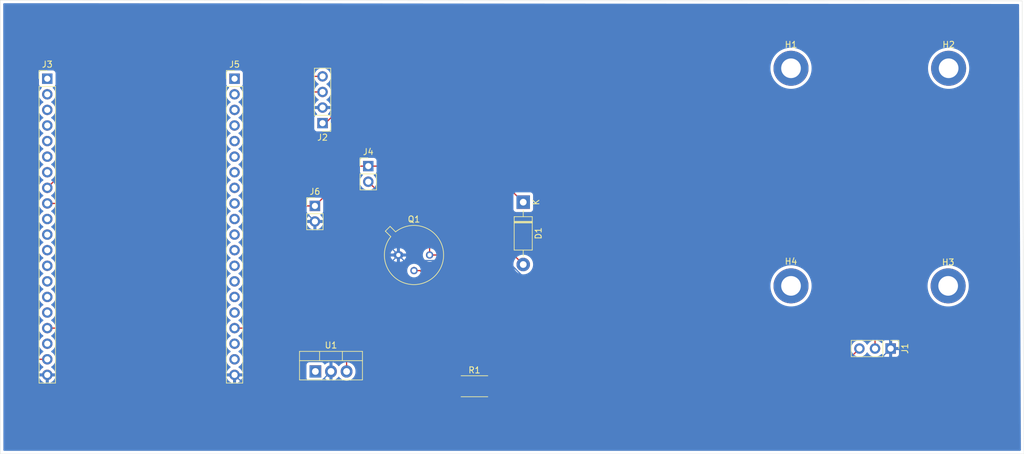
<source format=kicad_pcb>
(kicad_pcb (version 20240108) (generator "pcbnew") (generator_version "8.0")
  (layers (0 "F.Cu" signal) (31 "B.Cu" signal) (34 "B.Paste" user) (35 "F.Paste" user) (36 "B.SilkS" user "B.Silkscreen") (37 "F.SilkS" user "F.Silkscreen") (38 "B.Mask" user) (39 "F.Mask" user) (44 "Edge.Cuts" user))
  (net 0 "")
  (net 1 "/Vbatt")
  (net 2 "Net-(D1-A)")
  (net 3 "/3.3")
  (net 4 "pH sen. input")
  (net 5 "GND")
  (net 6 "SDA")
  (net 7 "SCL")
  (net 37 "/IO26")
  (net 42 "Net-(Q1-B)")
  (net 43 "/9V enclosure")
  (footprint "MountingHole:MountingHole_3.2mm_M3_ISO7380_Pad_TopBottom" (layer "F.Cu") (at 190.7032 94.5388)
    (property "Reference" "H4" (at 0 -3.9878 0) (layer "F.SilkS"))
    (property "Value" "MountingHole")
    (pad "1" thru_hole circle (at 0 0) (size 3.6 3.6) (drill 3.2) (layers "*.Cu" "*.Mask"))
    (pad "1" connect circle (at 0 0) (size 5.7 5.7) (layers "F.Cu" "F.Mask"))
    (pad "1" connect circle (at 0 0) (size 5.7 5.7) (layers "B.Cu" "B.Mask"))
  )
  (footprint "MountingHole:MountingHole_3.2mm_M3_ISO7380_Pad_TopBottom" (layer "F.Cu") (at 190.7032 59.0804)
    (property "Reference" "H1" (at 0 -3.85 0) (layer "F.SilkS"))
    (property "Value" "MountingHole")
    (pad "1" thru_hole circle (at 0 0) (size 3.6 3.6) (drill 3.2) (layers "*.Cu" "*.Mask"))
    (pad "1" connect circle (at 0 0) (size 5.7 5.7) (layers "F.Cu" "F.Mask"))
    (pad "1" connect circle (at 0 0) (size 5.7 5.7) (layers "B.Cu" "B.Mask"))
  )
  (footprint "Connector_PinHeader_2.54mm:PinHeader_1x20_P2.54mm_Vertical" (layer "F.Cu") (at 100.1268 60.7822)
    (property "Reference" "J5" (at 0 -2.33 0) (layer "F.SilkS"))
    (property "Value" "MountingPin_IO46")
    (fp_line (start -1.33 -1.33) (end 0 -1.33) (stroke (width 0.12)) (layer "F.SilkS"))
    (fp_line (start -1.33 0) (end -1.33 -1.33) (stroke (width 0.12)) (layer "F.SilkS"))
    (fp_line (start -1.33 1.27) (end -1.33 49.59) (stroke (width 0.12)) (layer "F.SilkS"))
    (fp_line (start -1.33 1.27) (end 1.33 1.27) (stroke (width 0.12)) (layer "F.SilkS"))
    (fp_line (start -1.33 49.59) (end 1.33 49.59) (stroke (width 0.12)) (layer "F.SilkS"))
    (fp_line (start 1.33 1.27) (end 1.33 49.59) (stroke (width 0.12)) (layer "F.SilkS"))
    (pad "1" thru_hole rect (at 0 0) (size 1.7 1.7) (drill 1) (layers "*.Cu" "*.Mask"))
    (pad "2" thru_hole oval (at 0 2.54) (size 1.7 1.7) (drill 1) (layers "*.Cu" "*.Mask"))
    (pad "3" thru_hole oval (at 0 5.08) (size 1.7 1.7) (drill 1) (layers "*.Cu" "*.Mask"))
    (pad "4" thru_hole oval (at 0 7.62) (size 1.7 1.7) (drill 1) (layers "*.Cu" "*.Mask"))
    (pad "5" thru_hole oval (at 0 10.16) (size 1.7 1.7) (drill 1) (layers "*.Cu" "*.Mask"))
    (pad "6" thru_hole oval (at 0 12.7) (size 1.7 1.7) (drill 1) (layers "*.Cu" "*.Mask"))
    (pad "7" thru_hole oval (at 0 15.24) (size 1.7 1.7) (drill 1) (layers "*.Cu" "*.Mask"))
    (pad "8" thru_hole oval (at 0 17.78) (size 1.7 1.7) (drill 1) (layers "*.Cu" "*.Mask"))
    (pad "9" thru_hole oval (at 0 20.32) (size 1.7 1.7) (drill 1) (layers "*.Cu" "*.Mask"))
    (pad "10" thru_hole oval (at 0 22.86) (size 1.7 1.7) (drill 1) (layers "*.Cu" "*.Mask"))
    (pad "11" thru_hole oval (at 0 25.4) (size 1.7 1.7) (drill 1) (layers "*.Cu" "*.Mask"))
    (pad "12" thru_hole oval (at 0 27.94) (size 1.7 1.7) (drill 1) (layers "*.Cu" "*.Mask"))
    (pad "13" thru_hole oval (at 0 30.48) (size 1.7 1.7) (drill 1) (layers "*.Cu" "*.Mask"))
    (pad "14" thru_hole oval (at 0 33.02) (size 1.7 1.7) (drill 1) (layers "*.Cu" "*.Mask"))
    (pad "15" thru_hole oval (at 0 35.56) (size 1.7 1.7) (drill 1) (layers "*.Cu" "*.Mask"))
    (pad "16" thru_hole oval (at 0 38.1) (size 1.7 1.7) (drill 1) (layers "*.Cu" "*.Mask"))
    (pad "17" thru_hole oval (at 0 40.64) (size 1.7 1.7) (drill 1) (layers "*.Cu" "*.Mask") (net 37 "/IO26"))
    (pad "18" thru_hole oval (at 0 43.18) (size 1.7 1.7) (drill 1) (layers "*.Cu" "*.Mask"))
    (pad "19" thru_hole oval (at 0 45.72) (size 1.7 1.7) (drill 1) (layers "*.Cu" "*.Mask"))
    (pad "20" thru_hole oval (at 0 48.26) (size 1.7 1.7) (drill 1) (layers "*.Cu" "*.Mask") (net 5 "GND"))
  )
  (footprint "MountingHole:MountingHole_3.2mm_M3_ISO7380_Pad_TopBottom" (layer "F.Cu") (at 216.3572 59.0804)
    (property "Reference" "H2" (at 0 -3.85 0) (layer "F.SilkS"))
    (property "Value" "MountingHole")
    (pad "1" thru_hole circle (at 0 0) (size 3.6 3.6) (drill 3.2) (layers "*.Cu" "*.Mask"))
    (pad "1" connect circle (at 0 0) (size 5.7 5.7) (layers "F.Cu" "F.Mask"))
    (pad "1" connect circle (at 0 0) (size 5.7 5.7) (layers "B.Cu" "B.Mask"))
  )
  (footprint "Package_TO_SOT_THT:TO-39-3" (layer "F.Cu") (at 126.7968 89.5096)
    (property "Reference" "Q1" (at 2.54 -5.82 360) (layer "F.SilkS"))
    (property "Value" "2N2219")
    (fp_line (start -2.125856 -3.888039) (end -1.234902 -2.997084) (stroke (width 0.12)) (layer "F.SilkS"))
    (fp_line (start -1.348039 -4.665856) (end -2.125856 -3.888039) (stroke (width 0.12)) (layer "F.SilkS"))
    (fp_line (start -0.457084 -3.774902) (end -1.348039 -4.665856) (stroke (width 0.12)) (layer "F.SilkS"))
    (fp_arc (start -0.457084 -3.774902) (mid 5.948125 3.408384) (end -1.234674 -2.997371) (stroke (width 0.12)) (layer "F.SilkS"))
    (pad "1" thru_hole oval (at 0 0) (size 1.6 1.2) (drill 0.7) (layers "*.Cu" "*.Mask") (net 5 "GND"))
    (pad "2" thru_hole oval (at 2.54 2.54) (size 1.2 1.2) (drill 0.7) (layers "*.Cu" "*.Mask") (net 42 "Net-(Q1-B)"))
    (pad "3" thru_hole oval (at 5.08 0) (size 1.2 1.2) (drill 0.7) (layers "*.Cu" "*.Mask") (net 2 "Net-(D1-A)"))
  )
  (footprint "Connector_PinHeader_2.54mm:PinHeader_1x04_P2.54mm_Vertical" (layer "F.Cu") (at 114.4524 68.0212 180)
    (property "Reference" "J2" (at 0 -2.33 360) (layer "F.SilkS"))
    (property "Value" "OLED Screen")
    (fp_line (start 1.33 1.27) (end 1.33 8.95) (stroke (width 0.12)) (layer "F.SilkS"))
    (fp_line (start -1.33 8.95) (end 1.33 8.95) (stroke (width 0.12)) (layer "F.SilkS"))
    (fp_line (start -1.33 1.27) (end 1.33 1.27) (stroke (width 0.12)) (layer "F.SilkS"))
    (fp_line (start -1.33 1.27) (end -1.33 8.95) (stroke (width 0.12)) (layer "F.SilkS"))
    (fp_line (start -1.33 0) (end -1.33 -1.33) (stroke (width 0.12)) (layer "F.SilkS"))
    (fp_line (start -1.33 -1.33) (end 0 -1.33) (stroke (width 0.12)) (layer "F.SilkS"))
    (pad "1" thru_hole rect (at 0 0 180) (size 1.7 1.7) (drill 1) (layers "*.Cu" "*.Mask") (net 3 "/3.3"))
    (pad "2" thru_hole oval (at 0 2.54 180) (size 1.7 1.7) (drill 1) (layers "*.Cu" "*.Mask") (net 5 "GND"))
    (pad "3" thru_hole oval (at 0 5.08 180) (size 1.7 1.7) (drill 1) (layers "*.Cu" "*.Mask") (net 7 "SCL"))
    (pad "4" thru_hole oval (at 0 7.62 180) (size 1.7 1.7) (drill 1) (layers "*.Cu" "*.Mask") (net 6 "SDA"))
  )
  (footprint "Resistor_SMD:R_2512_6332Metric" (layer "F.Cu") (at 139.1759 110.8964)
    (property "Reference" "R1" (at 0 -2.62 0) (layer "F.SilkS"))
    (property "Value" "R_US")
    (fp_line (start -2.177064 -1.71) (end 2.177064 -1.71) (stroke (width 0.12)) (layer "F.SilkS"))
    (fp_line (start -2.177064 1.71) (end 2.177064 1.71) (stroke (width 0.12)) (layer "F.SilkS"))
    (pad "1" smd roundrect (at -2.9625 0) (size 1.225 3.35) (layers "F.Cu" "F.Paste" "F.Mask") (roundrect_rratio 0.204082) (net 37 "/IO26"))
    (pad "2" smd roundrect (at 2.9625 0) (size 1.225 3.35) (layers "F.Cu" "F.Paste" "F.Mask") (roundrect_rratio 0.204082) (net 42 "Net-(Q1-B)"))
  )
  (footprint "Diode_THT:D_DO-41_SOD81_P10.16mm_Horizontal" (layer "F.Cu") (at 147.1168 80.899 -90)
    (property "Reference" "D1" (at 5.08 -2.47 90) (layer "F.SilkS"))
    (property "Value" "1N4007")
    (fp_line (start 2.36 1.47) (end 7.8 1.47) (stroke (width 0.12)) (layer "F.SilkS"))
    (fp_line (start 7.8 1.47) (end 7.8 -1.47) (stroke (width 0.12)) (layer "F.SilkS"))
    (fp_line (start 1.34 0) (end 2.36 0) (stroke (width 0.12)) (layer "F.SilkS"))
    (fp_line (start 8.82 0) (end 7.8 0) (stroke (width 0.12)) (layer "F.SilkS"))
    (fp_line (start 2.36 -1.47) (end 2.36 1.47) (stroke (width 0.12)) (layer "F.SilkS"))
    (fp_line (start 3.14 -1.47) (end 3.14 1.47) (stroke (width 0.12)) (layer "F.SilkS"))
    (fp_line (start 3.26 -1.47) (end 3.26 1.47) (stroke (width 0.12)) (layer "F.SilkS"))
    (fp_line (start 3.38 -1.47) (end 3.38 1.47) (stroke (width 0.12)) (layer "F.SilkS"))
    (fp_line (start 7.8 -1.47) (end 2.36 -1.47) (stroke (width 0.12)) (layer "F.SilkS"))
    (fp_text user "K" (at 0 -2.1 90) (layer "F.SilkS"))
    (pad "1" thru_hole rect (at 0 0 270) (size 2.2 2.2) (drill 1.1) (layers "*.Cu" "*.Mask") (net 1 "/Vbatt"))
    (pad "2" thru_hole oval (at 10.16 0 270) (size 2.2 2.2) (drill 1.1) (layers "*.Cu" "*.Mask") (net 2 "Net-(D1-A)"))
  )
  (footprint "Package_TO_SOT_THT:TO-220-3_Vertical" (layer "F.Cu") (at 113.284 108.4834)
    (property "Reference" "U1" (at 2.54 -4.27 360) (layer "F.SilkS"))
    (property "Value" "LM7805_TO220")
    (fp_line (start -2.58 -3.27) (end -2.58 1.371) (stroke (width 0.12)) (layer "F.SilkS"))
    (fp_line (start -2.58 -3.27) (end 7.66 -3.27) (stroke (width 0.12)) (layer "F.SilkS"))
    (fp_line (start -2.58 -1.76) (end 7.66 -1.76) (stroke (width 0.12)) (layer "F.SilkS"))
    (fp_line (start -2.58 1.371) (end 7.66 1.371) (stroke (width 0.12)) (layer "F.SilkS"))
    (fp_line (start 0.69 -3.27) (end 0.69 -1.76) (stroke (width 0.12)) (layer "F.SilkS"))
    (fp_line (start 4.391 -3.27) (end 4.391 -1.76) (stroke (width 0.12)) (layer "F.SilkS"))
    (fp_line (start 7.66 -3.27) (end 7.66 1.371) (stroke (width 0.12)) (layer "F.SilkS"))
    (pad "1" thru_hole rect (at 0 0) (size 1.905 2) (drill 1.1) (layers "*.Cu" "*.Mask") (net 43 "/9V enclosure"))
    (pad "2" thru_hole oval (at 2.54 0) (size 1.905 2) (drill 1.1) (layers "*.Cu" "*.Mask") (net 5 "GND"))
    (pad "3" thru_hole oval (at 5.08 0) (size 1.905 2) (drill 1.1) (layers "*.Cu" "*.Mask") (net 1 "/Vbatt"))
  )
  (footprint "Connector_PinHeader_2.54mm:PinHeader_1x03_P2.54mm_Vertical" (layer "F.Cu") (at 206.9188 104.7496 -90)
    (property "Reference" "J1" (at 0 -2.33 90) (layer "F.SilkS"))
    (property "Value" "pH Sensor")
    (fp_line (start -1.33 6.41) (end 1.33 6.41) (stroke (width 0.12)) (layer "F.SilkS"))
    (fp_line (start -1.33 1.27) (end -1.33 6.41) (stroke (width 0.12)) (layer "F.SilkS"))
    (fp_line (start -1.33 1.27) (end 1.33 1.27) (stroke (width 0.12)) (layer "F.SilkS"))
    (fp_line (start 1.33 1.27) (end 1.33 6.41) (stroke (width 0.12)) (layer "F.SilkS"))
    (fp_line (start -1.33 0) (end -1.33 -1.33) (stroke (width 0.12)) (layer "F.SilkS"))
    (fp_line (start -1.33 -1.33) (end 0 -1.33) (stroke (width 0.12)) (layer "F.SilkS"))
    (pad "1" thru_hole rect (at 0 0 270) (size 1.7 1.7) (drill 1) (layers "*.Cu" "*.Mask") (net 5 "GND"))
    (pad "2" thru_hole oval (at 0 2.54 270) (size 1.7 1.7) (drill 1) (layers "*.Cu" "*.Mask") (net 3 "/3.3"))
    (pad "3" thru_hole oval (at 0 5.08 270) (size 1.7 1.7) (drill 1) (layers "*.Cu" "*.Mask") (net 4 "pH sen. input"))
  )
  (footprint "Connector_PinHeader_2.54mm:PinHeader_1x02_P2.54mm_Vertical" (layer "F.Cu") (at 113.2078 81.5086)
    (property "Reference" "J6" (at 0 -2.33 0) (layer "F.SilkS"))
    (property "Value" "Voltage 9 ->5 regulator")
    (fp_line (start -1.33 -1.33) (end 0 -1.33) (stroke (width 0.12)) (layer "F.SilkS"))
    (fp_line (start -1.33 0) (end -1.33 -1.33) (stroke (width 0.12)) (layer "F.SilkS"))
    (fp_line (start -1.33 1.27) (end -1.33 3.87) (stroke (width 0.12)) (layer "F.SilkS"))
    (fp_line (start -1.33 1.27) (end 1.33 1.27) (stroke (width 0.12)) (layer "F.SilkS"))
    (fp_line (start -1.33 3.87) (end 1.33 3.87) (stroke (width 0.12)) (layer "F.SilkS"))
    (fp_line (start 1.33 1.27) (end 1.33 3.87) (stroke (width 0.12)) (layer "F.SilkS"))
    (pad "1" thru_hole rect (at 0 0) (size 1.7 1.7) (drill 1) (layers "*.Cu" "*.Mask") (net 1 "/Vbatt"))
    (pad "2" thru_hole oval (at 0 2.54) (size 1.7 1.7) (drill 1) (layers "*.Cu" "*.Mask") (net 5 "GND"))
  )
  (footprint "Connector_PinHeader_2.54mm:PinHeader_1x02_P2.54mm_Vertical" (layer "F.Cu") (at 121.8946 75.0266)
    (property "Reference" "J4" (at 0 -2.33 0) (layer "F.SilkS"))
    (property "Value" "Conn_01x02_MountingPin")
    (fp_line (start -1.33 -1.33) (end 0 -1.33) (stroke (width 0.12)) (layer "F.SilkS"))
    (fp_line (start -1.33 0) (end -1.33 -1.33) (stroke (width 0.12)) (layer "F.SilkS"))
    (fp_line (start -1.33 1.27) (end -1.33 3.87) (stroke (width 0.12)) (layer "F.SilkS"))
    (fp_line (start -1.33 1.27) (end 1.33 1.27) (stroke (width 0.12)) (layer "F.SilkS"))
    (fp_line (start -1.33 3.87) (end 1.33 3.87) (stroke (width 0.12)) (layer "F.SilkS"))
    (fp_line (start 1.33 1.27) (end 1.33 3.87) (stroke (width 0.12)) (layer "F.SilkS"))
    (pad "1" thru_hole rect (at 0 0) (size 1.7 1.7) (drill 1) (layers "*.Cu" "*.Mask") (net 1 "/Vbatt"))
    (pad "2" thru_hole oval (at 0 2.54) (size 1.7 1.7) (drill 1) (layers "*.Cu" "*.Mask") (net 2 "Net-(D1-A)"))
  )
  (footprint "MountingHole:MountingHole_3.2mm_M3_ISO7380_Pad_TopBottom" (layer "F.Cu") (at 216.281 94.5388)
    (property "Reference" "H3" (at 0 -3.85 0) (layer "F.SilkS"))
    (property "Value" "MountingHole")
    (pad "1" thru_hole circle (at 0 0) (size 3.6 3.6) (drill 3.2) (layers "*.Cu" "*.Mask"))
    (pad "1" connect circle (at 0 0) (size 5.7 5.7) (layers "F.Cu" "F.Mask"))
    (pad "1" connect circle (at 0 0) (size 5.7 5.7) (layers "B.Cu" "B.Mask"))
  )
  (footprint "Connector_PinHeader_2.54mm:PinHeader_1x20_P2.54mm_Vertical" (layer "F.Cu") (at 69.6468 60.7822)
    (property "Reference" "J3" (at 0 -2.33 0) (layer "F.SilkS"))
    (property "Value" "MountingPin_IO1")
    (fp_line (start -1.33 -1.33) (end 0 -1.33) (stroke (width 0.12)) (layer "F.SilkS"))
    (fp_line (start -1.33 0) (end -1.33 -1.33) (stroke (width 0.12)) (layer "F.SilkS"))
    (fp_line (start -1.33 1.27) (end -1.33 49.59) (stroke (width 0.12)) (layer "F.SilkS"))
    (fp_line (start -1.33 1.27) (end 1.33 1.27) (stroke (width 0.12)) (layer "F.SilkS"))
    (fp_line (start -1.33 49.59) (end 1.33 49.59) (stroke (width 0.12)) (layer "F.SilkS"))
    (fp_line (start 1.33 1.27) (end 1.33 49.59) (stroke (width 0.12)) (layer "F.SilkS"))
    (pad "1" thru_hole rect (at 0 0) (size 1.7 1.7) (drill 1) (layers "*.Cu" "*.Mask"))
    (pad "2" thru_hole oval (at 0 2.54) (size 1.7 1.7) (drill 1) (layers "*.Cu" "*.Mask"))
    (pad "3" thru_hole oval (at 0 5.08) (size 1.7 1.7) (drill 1) (layers "*.Cu" "*.Mask"))
    (pad "4" thru_hole oval (at 0 7.62) (size 1.7 1.7) (drill 1) (layers "*.Cu" "*.Mask"))
    (pad "5" thru_hole oval (at 0 10.16) (size 1.7 1.7) (drill 1) (layers "*.Cu" "*.Mask"))
    (pad "6" thru_hole oval (at 0 12.7) (size 1.7 1.7) (drill 1) (layers "*.Cu" "*.Mask"))
    (pad "7" thru_hole oval (at 0 15.24) (size 1.7 1.7) (drill 1) (layers "*.Cu" "*.Mask"))
    (pad "8" thru_hole oval (at 0 17.78) (size 1.7 1.7) (drill 1) (layers "*.Cu" "*.Mask") (net 6 "SDA"))
    (pad "9" thru_hole oval (at 0 20.32) (size 1.7 1.7) (drill 1) (layers "*.Cu" "*.Mask") (net 7 "SCL"))
    (pad "10" thru_hole oval (at 0 22.86) (size 1.7 1.7) (drill 1) (layers "*.Cu" "*.Mask"))
    (pad "11" thru_hole oval (at 0 25.4) (size 1.7 1.7) (drill 1) (layers "*.Cu" "*.Mask"))
    (pad "12" thru_hole oval (at 0 27.94) (size 1.7 1.7) (drill 1) (layers "*.Cu" "*.Mask"))
    (pad "13" thru_hole oval (at 0 30.48) (size 1.7 1.7) (drill 1) (layers "*.Cu" "*.Mask"))
    (pad "14" thru_hole oval (at 0 33.02) (size 1.7 1.7) (drill 1) (layers "*.Cu" "*.Mask"))
    (pad "15" thru_hole oval (at 0 35.56) (size 1.7 1.7) (drill 1) (layers "*.Cu" "*.Mask"))
    (pad "16" thru_hole oval (at 0 38.1) (size 1.7 1.7) (drill 1) (layers "*.Cu" "*.Mask"))
    (pad "17" thru_hole oval (at 0 40.64) (size 1.7 1.7) (drill 1) (layers "*.Cu" "*.Mask") (net 4 "pH sen. input"))
    (pad "18" thru_hole oval (at 0 43.18) (size 1.7 1.7) (drill 1) (layers "*.Cu" "*.Mask"))
    (pad "19" thru_hole oval (at 0 45.72) (size 1.7 1.7) (drill 1) (layers "*.Cu" "*.Mask") (net 3 "/3.3"))
    (pad "20" thru_hole oval (at 0 48.26) (size 1.7 1.7) (drill 1) (layers "*.Cu" "*.Mask") (net 5 "GND"))
  )
  (gr_line (start 73.7616 47.9806) (end 61.976 47.9806) (stroke (width 0.05)) (layer "Edge.Cuts"))
  (gr_line (start 228.3206 48.1076) (end 73.7616 47.9806) (stroke (width 0.05)) (layer "Edge.Cuts"))
  (gr_line (start 62.0014 121.92) (end 228.6254 121.92) (stroke (width 0.05)) (layer "Edge.Cuts"))
  (gr_line (start 228.6254 121.92) (end 228.3206 48.1076) (stroke (width 0.05)) (layer "Edge.Cuts"))
  (gr_line (start 61.976 47.9806) (end 62.0014 121.92) (stroke (width 0.05)) (layer "Edge.Cuts"))
  (segment (start 118.364 108.4834) (end 118.364 97.3074) (width 0.2) (layer "F.Cu") (net 1))
  (segment (start 141.219 75.0266) (end 147.0914 80.899) (width 0.2) (layer "F.Cu") (net 1))
  (segment (start 113.2078 81.5086) (end 119.4054 75.311) (width 0.2) (layer "F.Cu") (net 1))
  (segment (start 108.585 87.3252) (end 108.712 87.1982) (width 0.2) (layer "F.Cu") (net 1))
  (segment (start 118.364 97.3074) (end 108.585 87.5284) (width 0.2) (layer "F.Cu") (net 1))
  (segment (start 119.4054 75.311) (end 119.4054 75.0824) (width 0.2) (layer "F.Cu") (net 1))
  (segment (start 108.712 81.5086) (end 113.2078 81.5086) (width 0.2) (layer "F.Cu") (net 1))
  (segment (start 119.4612 75.0266) (end 121.8946 75.0266) (width 0.2) (layer "F.Cu") (net 1))
  (segment (start 147.0914 80.899) (end 147.1168 80.899) (width 0.2) (layer "F.Cu") (net 1))
  (segment (start 108.585 87.5284) (end 108.585 87.3252) (width 0.2) (layer "F.Cu") (net 1))
  (segment (start 119.4054 75.0824) (end 119.4612 75.0266) (width 0.2) (layer "F.Cu") (net 1))
  (segment (start 108.712 87.1982) (end 108.712 81.5086) (width 0.2) (layer "F.Cu") (net 1))
  (segment (start 121.8946 75.0266) (end 141.219 75.0266) (width 0.2) (layer "F.Cu") (net 1))
  (segment (start 131.8768 89.5096) (end 145.5674 89.5096) (width 0.2) (layer "F.Cu") (net 2))
  (segment (start 131.8768 89.5096) (end 131.8768 87.5488) (width 0.2) (layer "F.Cu") (net 2))
  (segment (start 145.5674 89.5096) (end 147.1168 91.059) (width 0.2) (layer "F.Cu") (net 2))
  (segment (start 131.8768 87.5488) (end 121.8946 77.5666) (width 0.2) (layer "F.Cu") (net 2))
  (segment (start 118.5164 54.3306) (end 118.6942 54.1528) (width 0.2) (layer "F.Cu") (net 3))
  (segment (start 64.897 54.3306) (end 118.5164 54.3306) (width 0.2) (layer "F.Cu") (net 3))
  (segment (start 196.85 84.5566) (end 204.3788 92.0854) (width 0.2) (layer "F.Cu") (net 3))
  (segment (start 64.897 106.3244) (end 64.897 54.3306) (width 0.2) (layer "F.Cu") (net 3))
  (segment (start 151.6888 64.262) (end 171.9834 84.5566) (width 0.2) (layer "F.Cu") (net 3))
  (segment (start 118.6942 64.262) (end 151.6888 64.262) (width 0.2) (layer "F.Cu") (net 3))
  (segment (start 118.6942 64.262) (end 114.935 68.0212) (width 0.2) (layer "F.Cu") (net 3))
  (segment (start 171.9834 84.5566) (end 196.85 84.5566) (width 0.2) (layer "F.Cu") (net 3))
  (segment (start 204.3788 92.0854) (end 204.3788 104.7496) (width 0.2) (layer "F.Cu") (net 3))
  (segment (start 69.6468 106.5022) (end 65.0748 106.5022) (width 0.2) (layer "F.Cu") (net 3))
  (segment (start 114.935 68.0212) (end 114.4524 68.0212) (width 0.2) (layer "F.Cu") (net 3))
  (segment (start 118.6942 54.1528) (end 118.6942 64.262) (width 0.2) (layer "F.Cu") (net 3))
  (segment (start 65.0748 106.5022) (end 64.897 106.3244) (width 0.2) (layer "F.Cu") (net 3))
  (segment (start 76.2 116.7638) (end 189.4586 116.7638) (width 0.2) (layer "F.Cu") (net 4))
  (segment (start 76.3778 101.5238) (end 76.3778 116.586) (width 0.2) (layer "F.Cu") (net 4))
  (segment (start 196.342 109.8804) (end 196.708 109.8804) (width 0.2) (layer "F.Cu") (net 4))
  (segment (start 76.3778 116.586) (end 76.2 116.7638) (width 0.2) (layer "F.Cu") (net 4))
  (segment (start 76.2762 101.4222) (end 76.3778 101.5238) (width 0.2) (layer "F.Cu") (net 4))
  (segment (start 69.6468 101.4222) (end 76.2762 101.4222) (width 0.2) (layer "F.Cu") (net 4))
  (segment (start 189.4586 116.7638) (end 196.342 109.8804) (width 0.2) (layer "F.Cu") (net 4))
  (segment (start 196.708 109.8804) (end 201.8388 104.7496) (width 0.2) (layer "F.Cu") (net 4))
  (segment (start 121.3358 84.0486) (end 126.7968 89.5096) (width 0.2) (layer "B.Cu") (net 5))
  (segment (start 110.5408 65.405) (end 110.5408 81.3816) (width 0.2) (layer "B.Cu") (net 5))
  (segment (start 127.6968 90.4096) (end 144.487501 90.4096) (width 0.2) (layer "B.Cu") (net 5))
  (segment (start 126.7968 89.5096) (end 127.6968 90.4096) (width 0.2) (layer "B.Cu") (net 5))
  (segment (start 162.993101 108.9152) (end 202.7532 108.9152) (width 0.2) (layer "B.Cu") (net 5))
  (segment (start 100.9768 109.8922) (end 114.4152 109.8922) (width 0.2) (layer "B.Cu") (net 5))
  (segment (start 110.5408 81.3816) (end 113.2078 84.0486) (width 0.2) (layer "B.Cu") (net 5))
  (segment (start 115.824 108.4834) (end 115.824 100.4824) (width 0.2) (layer "B.Cu") (net 5))
  (segment (start 202.7532 108.9152) (end 206.9188 104.7496) (width 0.2) (layer "B.Cu") (net 5))
  (segment (start 114.4152 109.8922) (end 115.824 108.4834) (width 0.2) (layer "B.Cu") (net 5))
  (segment (start 69.6468 109.0422) (end 100.1268 109.0422) (width 0.2) (layer "B.Cu") (net 5))
  (segment (start 110.617 65.4812) (end 110.5408 65.405) (width 0.2) (layer "B.Cu") (net 5))
  (segment (start 100.1268 109.0422) (end 100.9768 109.8922) (width 0.2) (layer "B.Cu") (net 5))
  (segment (start 113.2078 84.0486) (end 121.3358 84.0486) (width 0.2) (layer "B.Cu") (net 5))
  (segment (start 144.487501 90.4096) (end 162.993101 108.9152) (width 0.2) (layer "B.Cu") (net 5))
  (segment (start 115.824 100.4824) (end 126.7968 89.5096) (width 0.2) (layer "B.Cu") (net 5))
  (segment (start 114.4524 65.4812) (end 110.617 65.4812) (width 0.2) (layer "B.Cu") (net 5))
  (segment (start 82.9818 57.6072) (end 84.9884 55.6006) (width 0.2) (layer "F.Cu") (net 6))
  (segment (start 109.1692 60.6044) (end 109.3978 60.6044) (width 0.2) (layer "F.Cu") (net 6))
  (segment (start 108.6866 55.6006) (end 108.6866 60.1218) (width 0.2) (layer "F.Cu") (net 6))
  (segment (start 108.6866 60.1218) (end 109.1692 60.6044) (width 0.2) (layer "F.Cu") (net 6))
  (segment (start 69.6468 78.5622) (end 82.9818 65.2272) (width 0.2) (layer "F.Cu") (net 6))
  (segment (start 109.3978 60.6044) (end 109.601 60.4012) (width 0.2) (layer "F.Cu") (net 6))
  (segment (start 109.601 60.4012) (end 114.4524 60.4012) (width 0.2) (layer "F.Cu") (net 6))
  (segment (start 84.9884 55.6006) (end 108.6866 55.6006) (width 0.2) (layer "F.Cu") (net 6))
  (segment (start 82.9818 65.2272) (end 82.9818 57.6072) (width 0.2) (layer "F.Cu") (net 6))
  (segment (start 72.009 81.1022) (end 87.0712 66.04) (width 0.2) (layer "F.Cu") (net 7))
  (segment (start 105.664 63.2714) (end 105.9942 62.9412) (width 0.2) (layer "F.Cu") (net 7))
  (segment (start 105.5878 56.9468) (end 105.5878 63.1952) (width 0.2) (layer "F.Cu") (net 7))
  (segment (start 105.5878 63.1952) (end 105.664 63.2714) (width 0.2) (layer "F.Cu") (net 7))
  (segment (start 69.6468 81.1022) (end 72.009 81.1022) (width 0.2) (layer "F.Cu") (net 7))
  (segment (start 105.9942 62.9412) (end 114.4524 62.9412) (width 0.2) (layer "F.Cu") (net 7))
  (segment (start 105.4608 57.0738) (end 105.5878 56.9468) (width 0.2) (layer "F.Cu") (net 7))
  (segment (start 87.0712 66.04) (end 87.0712 57.0738) (width 0.2) (layer "F.Cu") (net 7))
  (segment (start 87.0712 57.0738) (end 105.4608 57.0738) (width 0.2) (layer "F.Cu") (net 7))
  (segment (start 133.648 113.4618) (end 136.2134 110.8964) (width 0.2) (layer "F.Cu") (net 37))
  (segment (start 100.1268 101.4222) (end 105.2322 101.4222) (width 0.2) (layer "F.Cu") (net 37))
  (segment (start 107.2388 103.4288) (end 107.4166 103.4288) (width 0.2) (layer "F.Cu") (net 37))
  (segment (start 107.4166 103.4288) (end 108.4326 104.4448) (width 0.2) (layer "F.Cu") (net 37))
  (segment (start 105.2322 101.4222) (end 107.2388 103.4288) (width 0.2) (layer "F.Cu") (net 37))
  (segment (start 108.4326 104.4448) (end 108.4326 113.4618) (width 0.2) (layer "F.Cu") (net 37))
  (segment (start 108.4326 113.4618) (end 133.648 113.4618) (width 0.2) (layer "F.Cu") (net 37))
  (segment (start 142.1384 103.8606) (end 142.1384 110.8964) (width 0.2) (layer "F.Cu") (net 42))
  (segment (start 130.3274 92.0496) (end 142.1384 103.8606) (width 0.2) (layer "F.Cu") (net 42))
  (segment (start 129.3368 92.0496) (end 130.3274 92.0496) (width 0.2) (layer "F.Cu") (net 42))
  (zone (net 5) (net_name "GND") (layer "B.Cu") (connect_pads (clearance 0.5)) (min_thickness 0.25) (fill yes (thermal_gap 0.5) (thermal_bridge_width 0.5))
    (polygon (pts (xy 228.3206 48.1076) (xy 61.976 47.9806) (xy 62.0014 121.92) (xy 228.6254 121.92)))
  )
)
</source>
